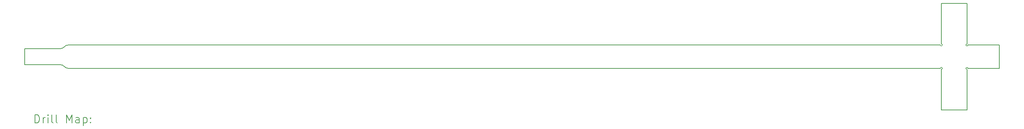
<source format=gbr>
%TF.GenerationSoftware,KiCad,Pcbnew,7.0.7*%
%TF.CreationDate,2024-05-14T22:36:55+02:00*%
%TF.ProjectId,Thumb_V1,5468756d-625f-4563-912e-6b696361645f,rev?*%
%TF.SameCoordinates,Original*%
%TF.FileFunction,Drillmap*%
%TF.FilePolarity,Positive*%
%FSLAX45Y45*%
G04 Gerber Fmt 4.5, Leading zero omitted, Abs format (unit mm)*
G04 Created by KiCad (PCBNEW 7.0.7) date 2024-05-14 22:36:55*
%MOMM*%
%LPD*%
G01*
G04 APERTURE LIST*
%ADD10C,0.200000*%
G04 APERTURE END LIST*
D10*
X26347950Y-12401400D02*
G75*
G03*
X26322953Y-12426400I-25000J0D01*
G01*
X26322953Y-13436400D02*
X26322953Y-12426400D01*
X25692953Y-12426400D02*
X25692953Y-13436400D01*
X25692953Y-13436400D02*
X26322953Y-13436400D01*
X25667950Y-11821400D02*
G75*
G03*
X25692953Y-11796400I25000J0D01*
G01*
X26322953Y-11796397D02*
G75*
G03*
X26347953Y-11821400I-3J-25003D01*
G01*
X25692953Y-10786400D02*
X25692953Y-11796400D01*
X3062953Y-12311400D02*
X3942953Y-12311400D01*
X25692953Y-12426397D02*
G75*
G03*
X25667953Y-12401400I-3J24997D01*
G01*
X25667953Y-11821400D02*
X4135047Y-11821400D01*
X4038998Y-12356401D02*
G75*
G03*
X3942953Y-12311400I-96048J-79999D01*
G01*
X3942953Y-11911402D02*
G75*
G03*
X4039000Y-11866400I-3J125002D01*
G01*
X3062953Y-11911400D02*
X3062953Y-12311400D01*
X26322953Y-11796400D02*
X26322953Y-10786400D01*
X27122953Y-11821400D02*
X26347953Y-11821400D01*
X26347953Y-12401400D02*
X27122953Y-12401400D01*
X3942953Y-11911400D02*
X3062953Y-11911400D01*
X4039002Y-12356398D02*
G75*
G03*
X4135047Y-12401400I96048J79998D01*
G01*
X27122953Y-12401400D02*
X27122953Y-11821400D01*
X4135047Y-11821398D02*
G75*
G03*
X4039000Y-11866400I3J-125002D01*
G01*
X26322953Y-10786400D02*
X25692953Y-10786400D01*
X4135047Y-12401400D02*
X25667953Y-12401400D01*
X3313730Y-13757884D02*
X3313730Y-13557884D01*
X3313730Y-13557884D02*
X3361349Y-13557884D01*
X3361349Y-13557884D02*
X3389920Y-13567408D01*
X3389920Y-13567408D02*
X3408968Y-13586455D01*
X3408968Y-13586455D02*
X3418492Y-13605503D01*
X3418492Y-13605503D02*
X3428016Y-13643598D01*
X3428016Y-13643598D02*
X3428016Y-13672169D01*
X3428016Y-13672169D02*
X3418492Y-13710265D01*
X3418492Y-13710265D02*
X3408968Y-13729312D01*
X3408968Y-13729312D02*
X3389920Y-13748360D01*
X3389920Y-13748360D02*
X3361349Y-13757884D01*
X3361349Y-13757884D02*
X3313730Y-13757884D01*
X3513730Y-13757884D02*
X3513730Y-13624550D01*
X3513730Y-13662646D02*
X3523254Y-13643598D01*
X3523254Y-13643598D02*
X3532778Y-13634074D01*
X3532778Y-13634074D02*
X3551825Y-13624550D01*
X3551825Y-13624550D02*
X3570873Y-13624550D01*
X3637539Y-13757884D02*
X3637539Y-13624550D01*
X3637539Y-13557884D02*
X3628016Y-13567408D01*
X3628016Y-13567408D02*
X3637539Y-13576931D01*
X3637539Y-13576931D02*
X3647063Y-13567408D01*
X3647063Y-13567408D02*
X3637539Y-13557884D01*
X3637539Y-13557884D02*
X3637539Y-13576931D01*
X3761349Y-13757884D02*
X3742301Y-13748360D01*
X3742301Y-13748360D02*
X3732778Y-13729312D01*
X3732778Y-13729312D02*
X3732778Y-13557884D01*
X3866111Y-13757884D02*
X3847063Y-13748360D01*
X3847063Y-13748360D02*
X3837539Y-13729312D01*
X3837539Y-13729312D02*
X3837539Y-13557884D01*
X4094682Y-13757884D02*
X4094682Y-13557884D01*
X4094682Y-13557884D02*
X4161349Y-13700741D01*
X4161349Y-13700741D02*
X4228016Y-13557884D01*
X4228016Y-13557884D02*
X4228016Y-13757884D01*
X4408968Y-13757884D02*
X4408968Y-13653122D01*
X4408968Y-13653122D02*
X4399444Y-13634074D01*
X4399444Y-13634074D02*
X4380397Y-13624550D01*
X4380397Y-13624550D02*
X4342301Y-13624550D01*
X4342301Y-13624550D02*
X4323254Y-13634074D01*
X4408968Y-13748360D02*
X4389921Y-13757884D01*
X4389921Y-13757884D02*
X4342301Y-13757884D01*
X4342301Y-13757884D02*
X4323254Y-13748360D01*
X4323254Y-13748360D02*
X4313730Y-13729312D01*
X4313730Y-13729312D02*
X4313730Y-13710265D01*
X4313730Y-13710265D02*
X4323254Y-13691217D01*
X4323254Y-13691217D02*
X4342301Y-13681693D01*
X4342301Y-13681693D02*
X4389921Y-13681693D01*
X4389921Y-13681693D02*
X4408968Y-13672169D01*
X4504206Y-13624550D02*
X4504206Y-13824550D01*
X4504206Y-13634074D02*
X4523254Y-13624550D01*
X4523254Y-13624550D02*
X4561349Y-13624550D01*
X4561349Y-13624550D02*
X4580397Y-13634074D01*
X4580397Y-13634074D02*
X4589921Y-13643598D01*
X4589921Y-13643598D02*
X4599444Y-13662646D01*
X4599444Y-13662646D02*
X4599444Y-13719788D01*
X4599444Y-13719788D02*
X4589921Y-13738836D01*
X4589921Y-13738836D02*
X4580397Y-13748360D01*
X4580397Y-13748360D02*
X4561349Y-13757884D01*
X4561349Y-13757884D02*
X4523254Y-13757884D01*
X4523254Y-13757884D02*
X4504206Y-13748360D01*
X4685159Y-13738836D02*
X4694682Y-13748360D01*
X4694682Y-13748360D02*
X4685159Y-13757884D01*
X4685159Y-13757884D02*
X4675635Y-13748360D01*
X4675635Y-13748360D02*
X4685159Y-13738836D01*
X4685159Y-13738836D02*
X4685159Y-13757884D01*
X4685159Y-13634074D02*
X4694682Y-13643598D01*
X4694682Y-13643598D02*
X4685159Y-13653122D01*
X4685159Y-13653122D02*
X4675635Y-13643598D01*
X4675635Y-13643598D02*
X4685159Y-13634074D01*
X4685159Y-13634074D02*
X4685159Y-13653122D01*
M02*

</source>
